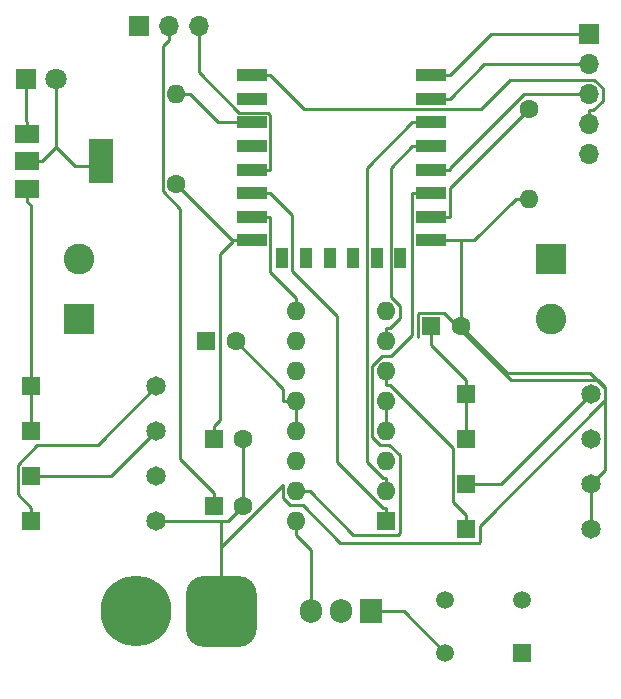
<source format=gbr>
%TF.GenerationSoftware,KiCad,Pcbnew,(5.1.10)-1*%
%TF.CreationDate,2021-11-08T05:29:07+05:30*%
%TF.ProjectId,Flipboard Final,466c6970-626f-4617-9264-2046696e616c,rev?*%
%TF.SameCoordinates,Original*%
%TF.FileFunction,Copper,L1,Top*%
%TF.FilePolarity,Positive*%
%FSLAX46Y46*%
G04 Gerber Fmt 4.6, Leading zero omitted, Abs format (unit mm)*
G04 Created by KiCad (PCBNEW (5.1.10)-1) date 2021-11-08 05:29:07*
%MOMM*%
%LPD*%
G01*
G04 APERTURE LIST*
%TA.AperFunction,ComponentPad*%
%ADD10R,1.600000X1.600000*%
%TD*%
%TA.AperFunction,ComponentPad*%
%ADD11C,1.600000*%
%TD*%
%TA.AperFunction,ComponentPad*%
%ADD12R,1.800000X1.800000*%
%TD*%
%TA.AperFunction,ComponentPad*%
%ADD13C,1.800000*%
%TD*%
%TA.AperFunction,ComponentPad*%
%ADD14C,1.650000*%
%TD*%
%TA.AperFunction,ComponentPad*%
%ADD15R,1.650000X1.650000*%
%TD*%
%TA.AperFunction,ComponentPad*%
%ADD16C,6.000000*%
%TD*%
%TA.AperFunction,ComponentPad*%
%ADD17R,1.700000X1.700000*%
%TD*%
%TA.AperFunction,ComponentPad*%
%ADD18O,1.700000X1.700000*%
%TD*%
%TA.AperFunction,ComponentPad*%
%ADD19R,2.600000X2.600000*%
%TD*%
%TA.AperFunction,ComponentPad*%
%ADD20C,2.600000*%
%TD*%
%TA.AperFunction,ComponentPad*%
%ADD21O,1.600000X1.600000*%
%TD*%
%TA.AperFunction,ComponentPad*%
%ADD22R,1.498000X1.498000*%
%TD*%
%TA.AperFunction,ComponentPad*%
%ADD23C,1.498000*%
%TD*%
%TA.AperFunction,SMDPad,CuDef*%
%ADD24R,2.000000X3.800000*%
%TD*%
%TA.AperFunction,SMDPad,CuDef*%
%ADD25R,2.000000X1.500000*%
%TD*%
%TA.AperFunction,ComponentPad*%
%ADD26R,1.905000X2.000000*%
%TD*%
%TA.AperFunction,ComponentPad*%
%ADD27O,1.905000X2.000000*%
%TD*%
%TA.AperFunction,SMDPad,CuDef*%
%ADD28R,2.500000X1.000000*%
%TD*%
%TA.AperFunction,SMDPad,CuDef*%
%ADD29R,1.000000X1.800000*%
%TD*%
%TA.AperFunction,Conductor*%
%ADD30C,0.250000*%
%TD*%
G04 APERTURE END LIST*
D10*
%TO.P,C1,1*%
%TO.N,Net-(C1-Pad1)*%
X-78740000Y-17145000D03*
D11*
%TO.P,C1,2*%
%TO.N,Net-(C1-Pad2)*%
X-76240000Y-17145000D03*
%TD*%
%TO.P,C2,2*%
%TO.N,Net-(C1-Pad2)*%
X-95290000Y-18415000D03*
D10*
%TO.P,C2,1*%
%TO.N,Net-(C1-Pad1)*%
X-97790000Y-18415000D03*
%TD*%
%TO.P,C3,1*%
%TO.N,Net-(C3-Pad1)*%
X-97155000Y-26670000D03*
D11*
%TO.P,C3,2*%
%TO.N,Net-(C1-Pad2)*%
X-94655000Y-26670000D03*
%TD*%
%TO.P,C4,2*%
%TO.N,Net-(C1-Pad2)*%
X-94655000Y-32385000D03*
D10*
%TO.P,C4,1*%
%TO.N,Net-(C4-Pad1)*%
X-97155000Y-32385000D03*
%TD*%
D12*
%TO.P,D1,1*%
%TO.N,Net-(C1-Pad2)*%
X-113030000Y3810000D03*
D13*
%TO.P,D1,2*%
%TO.N,Net-(C3-Pad1)*%
X-110490000Y3810000D03*
%TD*%
D14*
%TO.P,D3,A*%
%TO.N,Net-(D3-PadA)*%
X-65185000Y-22860000D03*
D15*
%TO.P,D3,C*%
%TO.N,Net-(C1-Pad1)*%
X-75785000Y-22860000D03*
%TD*%
D14*
%TO.P,D5,A*%
%TO.N,Net-(C1-Pad2)*%
X-65185000Y-30480000D03*
D15*
%TO.P,D5,C*%
%TO.N,Net-(D3-PadA)*%
X-75785000Y-30480000D03*
%TD*%
%TO.P,D7,C*%
%TO.N,Net-(C1-Pad1)*%
X-75785000Y-26670000D03*
D14*
%TO.P,D7,A*%
%TO.N,Net-(D7-PadA)*%
X-65185000Y-26670000D03*
%TD*%
D15*
%TO.P,D9,C*%
%TO.N,Net-(D7-PadA)*%
X-75785000Y-34290000D03*
D14*
%TO.P,D9,A*%
%TO.N,Net-(C1-Pad2)*%
X-65185000Y-34290000D03*
%TD*%
%TO.P,D10,A*%
%TO.N,Net-(D10-PadA)*%
X-102015000Y-22225000D03*
D15*
%TO.P,D10,C*%
%TO.N,Net-(C1-Pad1)*%
X-112615000Y-22225000D03*
%TD*%
D14*
%TO.P,D11,A*%
%TO.N,Net-(C1-Pad2)*%
X-102015000Y-33655000D03*
D15*
%TO.P,D11,C*%
%TO.N,Net-(D10-PadA)*%
X-112615000Y-33655000D03*
%TD*%
%TO.P,D12,C*%
%TO.N,Net-(D12-PadC)*%
X-112615000Y-29845000D03*
D14*
%TO.P,D12,A*%
%TO.N,Net-(C1-Pad2)*%
X-102015000Y-29845000D03*
%TD*%
D15*
%TO.P,D13,C*%
%TO.N,Net-(C1-Pad1)*%
X-112615000Y-26035000D03*
D14*
%TO.P,D13,A*%
%TO.N,Net-(D12-PadC)*%
X-102015000Y-26035000D03*
%TD*%
D16*
%TO.P,J1,2*%
%TO.N,Net-(J1-Pad2)*%
X-103720000Y-41275000D03*
%TO.P,J1,1*%
%TO.N,Net-(C1-Pad2)*%
%TA.AperFunction,ComponentPad*%
G36*
G01*
X-93520000Y-39775000D02*
X-93520000Y-42775000D01*
G75*
G02*
X-95020000Y-44275000I-1500000J0D01*
G01*
X-98020000Y-44275000D01*
G75*
G02*
X-99520000Y-42775000I0J1500000D01*
G01*
X-99520000Y-39775000D01*
G75*
G02*
X-98020000Y-38275000I1500000J0D01*
G01*
X-95020000Y-38275000D01*
G75*
G02*
X-93520000Y-39775000I0J-1500000D01*
G01*
G37*
%TD.AperFunction*%
%TD*%
D17*
%TO.P,J2,1*%
%TO.N,Net-(C1-Pad2)*%
X-103505000Y8255000D03*
D18*
%TO.P,J2,2*%
%TO.N,Net-(C4-Pad1)*%
X-100965000Y8255000D03*
%TO.P,J2,3*%
%TO.N,Net-(J2-Pad3)*%
X-98425000Y8255000D03*
%TD*%
D19*
%TO.P,J3,1*%
%TO.N,Net-(D3-PadA)*%
X-108585000Y-16510000D03*
D20*
%TO.P,J3,2*%
%TO.N,Net-(D7-PadA)*%
X-108585000Y-11430000D03*
%TD*%
%TO.P,J4,2*%
%TO.N,Net-(D12-PadC)*%
X-68580000Y-16510000D03*
D19*
%TO.P,J4,1*%
%TO.N,Net-(D10-PadA)*%
X-68580000Y-11430000D03*
%TD*%
D17*
%TO.P,J5,1*%
%TO.N,Net-(J5-Pad1)*%
X-65405000Y7620000D03*
D18*
%TO.P,J5,2*%
%TO.N,Net-(J5-Pad2)*%
X-65405000Y5080000D03*
%TO.P,J5,3*%
%TO.N,Net-(J5-Pad3)*%
X-65405000Y2540000D03*
%TO.P,J5,4*%
%TO.N,Net-(J5-Pad4)*%
X-65405000Y0D03*
%TO.P,J5,5*%
%TO.N,Net-(C1-Pad2)*%
X-65405000Y-2540000D03*
%TD*%
D21*
%TO.P,R1,2*%
%TO.N,Net-(R1-Pad2)*%
X-100330000Y2540000D03*
D11*
%TO.P,R1,1*%
%TO.N,Net-(C3-Pad1)*%
X-100330000Y-5080000D03*
%TD*%
%TO.P,R2,1*%
%TO.N,Net-(R2-Pad1)*%
X-70485000Y1270000D03*
D21*
%TO.P,R2,2*%
%TO.N,Net-(C1-Pad2)*%
X-70485000Y-6350000D03*
%TD*%
D22*
%TO.P,S1,1*%
%TO.N,Net-(J1-Pad2)*%
X-71045000Y-44795000D03*
D23*
%TO.P,S1,3*%
%TO.N,Net-(C1-Pad1)*%
X-77545000Y-44795000D03*
%TO.P,S1,2*%
%TO.N,Net-(S1-Pad2)*%
X-71045000Y-40295000D03*
%TO.P,S1,4*%
%TO.N,Net-(S1-Pad4)*%
X-77545000Y-40295000D03*
%TD*%
D24*
%TO.P,U1,2*%
%TO.N,Net-(C3-Pad1)*%
X-106705000Y-3175000D03*
D25*
X-113005000Y-3175000D03*
%TO.P,U1,3*%
%TO.N,Net-(C1-Pad1)*%
X-113005000Y-5475000D03*
%TO.P,U1,1*%
%TO.N,Net-(C1-Pad2)*%
X-113005000Y-875000D03*
%TD*%
D26*
%TO.P,U2,1*%
%TO.N,Net-(C1-Pad1)*%
X-83820000Y-41275000D03*
D27*
%TO.P,U2,2*%
%TO.N,Net-(C1-Pad2)*%
X-86360000Y-41275000D03*
%TO.P,U2,3*%
%TO.N,Net-(C4-Pad1)*%
X-88900000Y-41275000D03*
%TD*%
D10*
%TO.P,U3,1*%
%TO.N,Net-(U3-Pad1)*%
X-82550000Y-33655000D03*
D21*
%TO.P,U3,9*%
%TO.N,Net-(U3-Pad9)*%
X-90170000Y-15875000D03*
%TO.P,U3,2*%
%TO.N,Net-(U3-Pad2)*%
X-82550000Y-31115000D03*
%TO.P,U3,10*%
%TO.N,Net-(J5-Pad3)*%
X-90170000Y-18415000D03*
%TO.P,U3,3*%
%TO.N,Net-(D3-PadA)*%
X-82550000Y-28575000D03*
%TO.P,U3,11*%
%TO.N,Net-(D10-PadA)*%
X-90170000Y-20955000D03*
%TO.P,U3,4*%
%TO.N,Net-(C1-Pad2)*%
X-82550000Y-26035000D03*
%TO.P,U3,12*%
X-90170000Y-23495000D03*
%TO.P,U3,5*%
X-82550000Y-23495000D03*
%TO.P,U3,13*%
X-90170000Y-26035000D03*
%TO.P,U3,6*%
%TO.N,Net-(D7-PadA)*%
X-82550000Y-20955000D03*
%TO.P,U3,14*%
%TO.N,Net-(D12-PadC)*%
X-90170000Y-28575000D03*
%TO.P,U3,7*%
%TO.N,Net-(U3-Pad7)*%
X-82550000Y-18415000D03*
%TO.P,U3,15*%
%TO.N,Net-(U3-Pad15)*%
X-90170000Y-31115000D03*
%TO.P,U3,8*%
%TO.N,Net-(C1-Pad1)*%
X-82550000Y-15875000D03*
%TO.P,U3,16*%
%TO.N,Net-(C4-Pad1)*%
X-90170000Y-33655000D03*
%TD*%
D28*
%TO.P,U4,22*%
%TO.N,Net-(J5-Pad1)*%
X-78760000Y4135000D03*
%TO.P,U4,21*%
%TO.N,Net-(J5-Pad2)*%
X-78760000Y2135000D03*
%TO.P,U4,20*%
%TO.N,Net-(U3-Pad2)*%
X-78760000Y135000D03*
%TO.P,U4,19*%
%TO.N,Net-(U3-Pad7)*%
X-78760000Y-1865000D03*
%TO.P,U4,18*%
%TO.N,Net-(J5-Pad3)*%
X-78760000Y-3865000D03*
%TO.P,U4,17*%
%TO.N,Net-(U3-Pad15)*%
X-78760000Y-5865000D03*
%TO.P,U4,16*%
%TO.N,Net-(R2-Pad1)*%
X-78760000Y-7865000D03*
%TO.P,U4,15*%
%TO.N,Net-(C1-Pad2)*%
X-78760000Y-9865000D03*
D29*
%TO.P,U4,14*%
%TO.N,Net-(U4-Pad14)*%
X-81360000Y-11365000D03*
%TO.P,U4,13*%
%TO.N,Net-(U4-Pad13)*%
X-83360000Y-11365000D03*
%TO.P,U4,12*%
%TO.N,Net-(U4-Pad12)*%
X-85360000Y-11365000D03*
%TO.P,U4,11*%
%TO.N,Net-(U4-Pad11)*%
X-87360000Y-11365000D03*
%TO.P,U4,10*%
%TO.N,Net-(U4-Pad10)*%
X-89360000Y-11365000D03*
%TO.P,U4,9*%
%TO.N,Net-(U4-Pad9)*%
X-91360000Y-11365000D03*
D28*
%TO.P,U4,8*%
%TO.N,Net-(C3-Pad1)*%
X-93960000Y-9865000D03*
%TO.P,U4,7*%
%TO.N,Net-(U3-Pad9)*%
X-93960000Y-7865000D03*
%TO.P,U4,6*%
%TO.N,Net-(U3-Pad1)*%
X-93960000Y-5865000D03*
%TO.P,U4,5*%
%TO.N,Net-(J2-Pad3)*%
X-93960000Y-3865000D03*
%TO.P,U4,4*%
%TO.N,Net-(U4-Pad4)*%
X-93960000Y-1865000D03*
%TO.P,U4,3*%
%TO.N,Net-(R1-Pad2)*%
X-93960000Y135000D03*
%TO.P,U4,2*%
%TO.N,Net-(U4-Pad2)*%
X-93960000Y2135000D03*
%TO.P,U4,1*%
%TO.N,Net-(J5-Pad4)*%
X-93960000Y4135000D03*
%TD*%
D30*
%TO.N,Net-(C1-Pad1)*%
X-113005000Y-6550300D02*
X-112615000Y-6940300D01*
X-112615000Y-6940300D02*
X-112615000Y-21074700D01*
X-77545000Y-44795000D02*
X-81065000Y-41275000D01*
X-81065000Y-41275000D02*
X-82542200Y-41275000D01*
X-75785000Y-22860000D02*
X-75785000Y-26670000D01*
X-83820000Y-41275000D02*
X-82542200Y-41275000D01*
X-113005000Y-5475000D02*
X-113005000Y-6550300D01*
X-112615000Y-22225000D02*
X-112615000Y-21074700D01*
X-75785000Y-22860000D02*
X-75785000Y-21709700D01*
X-75785000Y-21709700D02*
X-78740000Y-18754700D01*
X-78740000Y-18754700D02*
X-78740000Y-17145000D01*
X-112615000Y-26035000D02*
X-112615000Y-22225000D01*
%TO.N,Net-(C1-Pad2)*%
X-76240000Y-9865000D02*
X-75125300Y-9865000D01*
X-75125300Y-9865000D02*
X-71610300Y-6350000D01*
X-77297300Y-9865000D02*
X-76240000Y-9865000D01*
X-76240000Y-9865000D02*
X-76240000Y-17145000D01*
X-70485000Y-6350000D02*
X-71610300Y-6350000D01*
X-78760000Y-9865000D02*
X-77297300Y-9865000D01*
X-65185000Y-30480000D02*
X-64023800Y-29318800D01*
X-64023800Y-29318800D02*
X-64023800Y-22367100D01*
X-64023800Y-22367100D02*
X-65337700Y-21053200D01*
X-65337700Y-21053200D02*
X-72331800Y-21053200D01*
X-72331800Y-21053200D02*
X-76240000Y-17145000D01*
X-65185000Y-30480000D02*
X-65185000Y-34290000D01*
X-96520000Y-33655000D02*
X-102015000Y-33655000D01*
X-94655000Y-32385000D02*
X-95925000Y-33655000D01*
X-95925000Y-33655000D02*
X-96520000Y-33655000D01*
X-96520000Y-41275000D02*
X-96520000Y-33655000D01*
X-90170000Y-23495000D02*
X-91295300Y-23495000D01*
X-91295300Y-23495000D02*
X-91295300Y-22409700D01*
X-91295300Y-22409700D02*
X-95290000Y-18415000D01*
X-90170000Y-26035000D02*
X-90170000Y-23495000D01*
X-94655000Y-32385000D02*
X-94655000Y-26670000D01*
X-113005000Y-875000D02*
X-113005000Y200300D01*
X-113005000Y200300D02*
X-113030000Y225300D01*
X-113030000Y225300D02*
X-113030000Y3810000D01*
X-82550000Y-23495000D02*
X-82550000Y-26035000D01*
X-79865001Y-16084999D02*
X-79865001Y-18023011D01*
X-77679999Y-16019999D02*
X-79800001Y-16019999D01*
X-71989999Y-21709999D02*
X-77679999Y-16019999D01*
X-79800001Y-16019999D02*
X-79865001Y-16084999D01*
X-96520000Y-41275000D02*
X-96520000Y-35799998D01*
X-96520000Y-35799998D02*
X-91295001Y-30574999D01*
X-91295001Y-30574999D02*
X-91295001Y-31655001D01*
X-91295001Y-31655001D02*
X-90710001Y-32240001D01*
X-74634999Y-34012001D02*
X-64034999Y-23412001D01*
X-90710001Y-32240001D02*
X-89629999Y-32240001D01*
X-86429999Y-35440001D02*
X-74699999Y-35440001D01*
X-64632999Y-21709999D02*
X-71989999Y-21709999D01*
X-64034999Y-22307999D02*
X-64632999Y-21709999D01*
X-89629999Y-32240001D02*
X-86429999Y-35440001D01*
X-74699999Y-35440001D02*
X-74634999Y-35375001D01*
X-74634999Y-35375001D02*
X-74634999Y-34012001D01*
X-64034999Y-23412001D02*
X-64034999Y-22307999D01*
%TO.N,Net-(C3-Pad1)*%
X-110490000Y-1985300D02*
X-110490000Y3810000D01*
X-111792300Y-3175000D02*
X-111679700Y-3175000D01*
X-111679700Y-3175000D02*
X-110490000Y-1985300D01*
X-106705000Y-3537400D02*
X-108937900Y-3537400D01*
X-108937900Y-3537400D02*
X-110490000Y-1985300D01*
X-113005000Y-3175000D02*
X-111792300Y-3175000D01*
X-106705000Y-3175000D02*
X-106705000Y-3537400D01*
X-95540100Y-9869900D02*
X-96664600Y-10994400D01*
X-96664600Y-10994400D02*
X-96664600Y-25054300D01*
X-96664600Y-25054300D02*
X-97155000Y-25544700D01*
X-95422700Y-9865000D02*
X-95535200Y-9865000D01*
X-95535200Y-9865000D02*
X-95540100Y-9869900D01*
X-95540100Y-9869900D02*
X-100330000Y-5080000D01*
X-97155000Y-26670000D02*
X-97155000Y-25544700D01*
X-93960000Y-9865000D02*
X-95422700Y-9865000D01*
%TO.N,Net-(C4-Pad1)*%
X-100965000Y8255000D02*
X-100965000Y7079700D01*
X-97155000Y-32385000D02*
X-97155000Y-31259700D01*
X-97155000Y-31259700D02*
X-100026100Y-28388600D01*
X-100026100Y-28388600D02*
X-100026100Y-7159600D01*
X-100026100Y-7159600D02*
X-101476700Y-5709000D01*
X-101476700Y-5709000D02*
X-101476700Y6568000D01*
X-101476700Y6568000D02*
X-100965000Y7079700D01*
X-90170000Y-33655000D02*
X-90170000Y-34780300D01*
X-90170000Y-34780300D02*
X-88900000Y-36050300D01*
X-88900000Y-36050300D02*
X-88900000Y-41275000D01*
%TO.N,Net-(D3-PadA)*%
X-75785000Y-30480000D02*
X-72805000Y-30480000D01*
X-72805000Y-30480000D02*
X-65185000Y-22860000D01*
%TO.N,Net-(D7-PadA)*%
X-75785000Y-34290000D02*
X-75785000Y-33139700D01*
X-82550000Y-20955000D02*
X-82550000Y-22080300D01*
X-82550000Y-22080300D02*
X-82268700Y-22080300D01*
X-82268700Y-22080300D02*
X-76935300Y-27413700D01*
X-76935300Y-27413700D02*
X-76935300Y-31989400D01*
X-76935300Y-31989400D02*
X-75785000Y-33139700D01*
%TO.N,Net-(D10-PadA)*%
X-112615000Y-33655000D02*
X-112615000Y-32504700D01*
X-102015000Y-22225000D02*
X-106975400Y-27185400D01*
X-106975400Y-27185400D02*
X-112085100Y-27185400D01*
X-112085100Y-27185400D02*
X-113765300Y-28865600D01*
X-113765300Y-28865600D02*
X-113765300Y-31354400D01*
X-113765300Y-31354400D02*
X-112615000Y-32504700D01*
%TO.N,Net-(D12-PadC)*%
X-102015000Y-26035000D02*
X-105825000Y-29845000D01*
X-105825000Y-29845000D02*
X-112615000Y-29845000D01*
%TO.N,Net-(J2-Pad3)*%
X-93960000Y-3865000D02*
X-92384700Y-3865000D01*
X-92384700Y-3865000D02*
X-92384700Y769800D01*
X-92384700Y769800D02*
X-92575300Y960400D01*
X-92575300Y960400D02*
X-95011600Y960400D01*
X-95011600Y960400D02*
X-98425000Y4373800D01*
X-98425000Y4373800D02*
X-98425000Y8255000D01*
%TO.N,Net-(J5-Pad1)*%
X-78760000Y4135000D02*
X-77184700Y4135000D01*
X-77184700Y4135000D02*
X-73699700Y7620000D01*
X-73699700Y7620000D02*
X-65405000Y7620000D01*
%TO.N,Net-(J5-Pad2)*%
X-78760000Y2135000D02*
X-77184700Y2135000D01*
X-77184700Y2135000D02*
X-74239700Y5080000D01*
X-74239700Y5080000D02*
X-65405000Y5080000D01*
%TO.N,Net-(J5-Pad3)*%
X-78760000Y-3865000D02*
X-77184700Y-3865000D01*
X-77184700Y-3865000D02*
X-77184700Y-3747300D01*
X-77184700Y-3747300D02*
X-70897400Y2540000D01*
X-70897400Y2540000D02*
X-65405000Y2540000D01*
%TO.N,Net-(J5-Pad4)*%
X-65405000Y0D02*
X-65405000Y1175300D01*
X-93960000Y4135000D02*
X-92384700Y4135000D01*
X-92384700Y4135000D02*
X-89559300Y1309600D01*
X-89559300Y1309600D02*
X-74495100Y1309600D01*
X-74495100Y1309600D02*
X-72056000Y3748700D01*
X-72056000Y3748700D02*
X-64951300Y3748700D01*
X-64951300Y3748700D02*
X-64229700Y3027100D01*
X-64229700Y3027100D02*
X-64229700Y1983200D01*
X-64229700Y1983200D02*
X-65037600Y1175300D01*
X-65037600Y1175300D02*
X-65405000Y1175300D01*
%TO.N,Net-(R1-Pad2)*%
X-100330000Y2540000D02*
X-99204700Y2540000D01*
X-93960000Y135000D02*
X-96799700Y135000D01*
X-96799700Y135000D02*
X-99204700Y2540000D01*
%TO.N,Net-(R2-Pad1)*%
X-78760000Y-7865000D02*
X-77184700Y-7865000D01*
X-77184700Y-7865000D02*
X-77184700Y-5429700D01*
X-77184700Y-5429700D02*
X-70485000Y1270000D01*
%TO.N,Net-(U3-Pad1)*%
X-82550000Y-33655000D02*
X-82550000Y-32529700D01*
X-93960000Y-5865000D02*
X-92384700Y-5865000D01*
X-92384700Y-5865000D02*
X-90534600Y-7715100D01*
X-90534600Y-7715100D02*
X-90534600Y-12443600D01*
X-90534600Y-12443600D02*
X-86730700Y-16247500D01*
X-86730700Y-16247500D02*
X-86730700Y-28630300D01*
X-86730700Y-28630300D02*
X-82831300Y-32529700D01*
X-82831300Y-32529700D02*
X-82550000Y-32529700D01*
%TO.N,Net-(U3-Pad9)*%
X-90170000Y-15875000D02*
X-90170000Y-14749700D01*
X-93960000Y-7865000D02*
X-92384700Y-7865000D01*
X-92384700Y-7865000D02*
X-92384700Y-12535000D01*
X-92384700Y-12535000D02*
X-90170000Y-14749700D01*
%TO.N,Net-(U3-Pad2)*%
X-82550000Y-31115000D02*
X-82550000Y-29989700D01*
X-78760000Y135000D02*
X-80335300Y135000D01*
X-80335300Y135000D02*
X-84185400Y-3715100D01*
X-84185400Y-3715100D02*
X-84185400Y-28635600D01*
X-84185400Y-28635600D02*
X-82831300Y-29989700D01*
X-82831300Y-29989700D02*
X-82550000Y-29989700D01*
%TO.N,Net-(U3-Pad7)*%
X-82550000Y-18415000D02*
X-82550000Y-17289700D01*
X-78760000Y-1865000D02*
X-80335300Y-1865000D01*
X-80335300Y-1865000D02*
X-82185400Y-3715100D01*
X-82185400Y-3715100D02*
X-82185400Y-14622800D01*
X-82185400Y-14622800D02*
X-81424700Y-15383500D01*
X-81424700Y-15383500D02*
X-81424700Y-16445800D01*
X-81424700Y-16445800D02*
X-82268600Y-17289700D01*
X-82268600Y-17289700D02*
X-82550000Y-17289700D01*
%TO.N,Net-(U3-Pad15)*%
X-90170000Y-31115000D02*
X-89044700Y-31115000D01*
X-78760000Y-5865000D02*
X-80335300Y-5865000D01*
X-80335300Y-5865000D02*
X-80335300Y-17856900D01*
X-80335300Y-17856900D02*
X-82163400Y-19685000D01*
X-82163400Y-19685000D02*
X-82919500Y-19685000D01*
X-82919500Y-19685000D02*
X-83734800Y-20500300D01*
X-83734800Y-20500300D02*
X-83734800Y-26508400D01*
X-83734800Y-26508400D02*
X-83082800Y-27160400D01*
X-83082800Y-27160400D02*
X-82321100Y-27160400D01*
X-82321100Y-27160400D02*
X-81424600Y-28056900D01*
X-81424600Y-28056900D02*
X-81424600Y-34639700D01*
X-81424600Y-34639700D02*
X-81565300Y-34780400D01*
X-81565300Y-34780400D02*
X-85379300Y-34780400D01*
X-85379300Y-34780400D02*
X-89044700Y-31115000D01*
%TD*%
M02*

</source>
